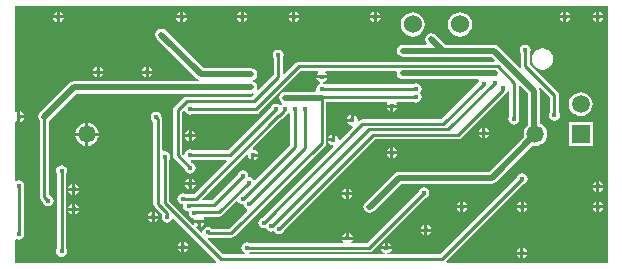
<source format=gbl>
G04 Layer_Physical_Order=2*
G04 Layer_Color=16711680*
%FSLAX25Y25*%
%MOIN*%
G70*
G01*
G75*
%ADD32C,0.01000*%
%ADD33C,0.01969*%
%ADD34C,0.05906*%
%ADD35R,0.05906X0.05906*%
%ADD36C,0.05787*%
%ADD37C,0.06000*%
%ADD38C,0.01600*%
G36*
X92973Y50879D02*
X93071Y50802D01*
Y40433D01*
X81345Y28708D01*
X80750Y28820D01*
X80498Y29198D01*
X79902Y29596D01*
X79443Y29687D01*
X79030Y30172D01*
X79035Y30200D01*
X78896Y30902D01*
X78498Y31498D01*
X77902Y31896D01*
X77200Y32035D01*
X76498Y31896D01*
X75902Y31498D01*
X75504Y30902D01*
X75446Y30609D01*
X66879Y22042D01*
X63848D01*
X63657Y22504D01*
X78280Y37127D01*
X78531Y37061D01*
X78781Y36920D01*
X78904Y36298D01*
X79302Y35702D01*
X79898Y35304D01*
X80100Y35264D01*
Y37000D01*
X80600D01*
Y37500D01*
X82336D01*
X82296Y37702D01*
X81898Y38298D01*
X81302Y38696D01*
X80680Y38820D01*
X80539Y39069D01*
X80473Y39320D01*
X90086Y48933D01*
X90214Y49019D01*
X91561Y50366D01*
X91647Y50494D01*
X91799Y50646D01*
X92092Y50704D01*
X92571Y51024D01*
X92973Y50879D01*
D02*
G37*
G36*
X198780Y1220D02*
X145190D01*
X144983Y1720D01*
X170709Y27446D01*
X171002Y27504D01*
X171598Y27902D01*
X171996Y28498D01*
X172135Y29200D01*
X171996Y29902D01*
X171598Y30498D01*
X171002Y30896D01*
X170300Y31035D01*
X169598Y30896D01*
X169002Y30498D01*
X168604Y29902D01*
X168546Y29609D01*
X142867Y3929D01*
X125474D01*
X125425Y4429D01*
X125802Y4504D01*
X126398Y4902D01*
X126796Y5498D01*
X126836Y5700D01*
X123364D01*
X123404Y5498D01*
X123802Y4902D01*
X124398Y4504D01*
X124775Y4429D01*
X124726Y3929D01*
X79555D01*
X79361Y4429D01*
X79557Y4610D01*
X119339D01*
X119925Y4726D01*
X120421Y5058D01*
X138165Y22803D01*
X138202Y22810D01*
X138798Y23208D01*
X139196Y23803D01*
X139335Y24506D01*
X139196Y25208D01*
X138798Y25803D01*
X138202Y26201D01*
X137500Y26341D01*
X136798Y26201D01*
X136202Y25803D01*
X135804Y25208D01*
X135695Y24658D01*
X118706Y7669D01*
X113649D01*
X113518Y7895D01*
X113442Y8169D01*
X113796Y8698D01*
X113836Y8900D01*
X110364D01*
X110404Y8698D01*
X110758Y8169D01*
X110682Y7895D01*
X110551Y7669D01*
X79451D01*
X79202Y7835D01*
X78500Y7975D01*
X77798Y7835D01*
X77202Y7437D01*
X76804Y6842D01*
X76665Y6139D01*
X76804Y5437D01*
X77202Y4842D01*
X77798Y4444D01*
X77870Y4429D01*
X77821Y3929D01*
X70496D01*
X65468Y8958D01*
X65676Y9457D01*
X65743Y9471D01*
X73438D01*
X74023Y9587D01*
X74519Y9919D01*
X104581Y39981D01*
X104913Y40477D01*
X105029Y41063D01*
Y54871D01*
X125158D01*
X125420Y54371D01*
X125167Y53992D01*
X125127Y53790D01*
X128599D01*
X128559Y53992D01*
X128305Y54371D01*
X128568Y54871D01*
X133993D01*
X134241Y54704D01*
X134943Y54565D01*
X135646Y54704D01*
X136241Y55102D01*
X136639Y55698D01*
X136779Y56400D01*
X136639Y57102D01*
X136241Y57698D01*
Y57902D01*
X136639Y58498D01*
X136779Y59200D01*
X136639Y59902D01*
X136241Y60498D01*
X135646Y60896D01*
X134943Y61035D01*
X134241Y60896D01*
X133993Y60729D01*
X104451D01*
X104202Y60896D01*
X103953Y60945D01*
Y61455D01*
X104202Y61504D01*
X104798Y61902D01*
X105196Y62498D01*
X105236Y62700D01*
X101764D01*
X101804Y62498D01*
X102202Y61902D01*
X102798Y61504D01*
X103047Y61455D01*
Y60945D01*
X102798Y60896D01*
X102202Y60498D01*
X101804Y59902D01*
X101665Y59200D01*
X101760Y58723D01*
X101432Y58223D01*
X91390D01*
X90616Y58069D01*
X89959Y57631D01*
X89521Y56974D01*
X89367Y56200D01*
X89521Y55426D01*
X89959Y54769D01*
X90378Y54490D01*
X90398Y53943D01*
X90210Y53776D01*
X90092Y53698D01*
X90050Y53635D01*
X90025Y53612D01*
X89535D01*
X89478Y53698D01*
X88882Y54096D01*
X88180Y54235D01*
X87478Y54096D01*
X86882Y53698D01*
X86484Y53102D01*
X86426Y52809D01*
X72246Y38629D01*
X60675D01*
X60426Y38796D01*
X59724Y38935D01*
X59021Y38796D01*
X58426Y38398D01*
X58028Y37802D01*
X57939Y37353D01*
X57401Y37183D01*
X57029Y37555D01*
Y51367D01*
X57526Y51863D01*
X58004Y51718D01*
X58028Y51598D01*
X58426Y51002D01*
X59021Y50604D01*
X59724Y50465D01*
X60426Y50604D01*
X60675Y50771D01*
X81563D01*
X82148Y50887D01*
X82644Y51219D01*
X83681Y52256D01*
X83713Y52303D01*
X96519Y65108D01*
X102216D01*
X102368Y64608D01*
X102202Y64498D01*
X101804Y63902D01*
X101764Y63700D01*
X105236D01*
X105196Y63902D01*
X104798Y64498D01*
X104632Y64608D01*
X104784Y65108D01*
X128336D01*
X128653Y64722D01*
X128577Y64338D01*
X128731Y63564D01*
X129169Y62907D01*
X129826Y62469D01*
X130600Y62315D01*
X155679D01*
X155946Y61815D01*
X155804Y61602D01*
X155746Y61309D01*
X143367Y48929D01*
X117100D01*
X116515Y48813D01*
X116019Y48481D01*
X115917Y48380D01*
X115456Y48626D01*
X115471Y48700D01*
X115331Y49402D01*
X114934Y49998D01*
X114338Y50396D01*
X114136Y50436D01*
Y48700D01*
X113636D01*
Y48200D01*
X111900D01*
X111940Y47998D01*
X112338Y47402D01*
X112934Y47004D01*
X113636Y46865D01*
X113709Y46879D01*
X113956Y46419D01*
X109723Y42186D01*
X109185Y42355D01*
X109096Y42802D01*
X108698Y43398D01*
X108102Y43796D01*
X107900Y43836D01*
Y42100D01*
X107400D01*
Y41600D01*
X105664D01*
X105704Y41398D01*
X106102Y40802D01*
X106698Y40404D01*
X107145Y40315D01*
X107314Y39777D01*
X83791Y16254D01*
X83498Y16196D01*
X82902Y15798D01*
X82504Y15202D01*
X82365Y14500D01*
X82504Y13798D01*
X82902Y13202D01*
X83498Y12804D01*
X84200Y12665D01*
X84902Y12804D01*
X84995Y12646D01*
X85004Y12598D01*
X85402Y12002D01*
X85998Y11604D01*
X86700Y11465D01*
X87402Y11604D01*
X87631Y11757D01*
X88002Y11202D01*
X88598Y10804D01*
X89300Y10665D01*
X90002Y10804D01*
X90598Y11202D01*
X90996Y11798D01*
X91054Y12091D01*
X121259Y42296D01*
X149025D01*
X149610Y42412D01*
X150107Y42744D01*
X165081Y57719D01*
X165250Y57970D01*
X165298Y58002D01*
X165571Y58411D01*
X166071Y58259D01*
Y49951D01*
X165904Y49702D01*
X165765Y49000D01*
X165904Y48298D01*
X166302Y47702D01*
X166898Y47304D01*
X167600Y47165D01*
X168302Y47304D01*
X168898Y47702D01*
X169296Y48298D01*
X169435Y49000D01*
X169296Y49702D01*
X169129Y49951D01*
Y60056D01*
X169591Y60248D01*
X172177Y57662D01*
Y46938D01*
X171967Y46777D01*
X171343Y45964D01*
X170951Y45017D01*
X170817Y44000D01*
X170941Y43058D01*
X159406Y31523D01*
X129337D01*
X128563Y31369D01*
X127906Y30931D01*
X118609Y21633D01*
X118006Y21231D01*
X117568Y20574D01*
X117414Y19800D01*
X117568Y19026D01*
X118006Y18369D01*
X118663Y17931D01*
X119437Y17777D01*
X119637D01*
X120411Y17931D01*
X121068Y18369D01*
X130175Y27477D01*
X160244D01*
X161018Y27631D01*
X161675Y28069D01*
X173802Y40197D01*
X174744Y40073D01*
X175761Y40207D01*
X176708Y40599D01*
X177521Y41223D01*
X178145Y42036D01*
X178538Y42983D01*
X178671Y44000D01*
X178538Y45017D01*
X178145Y45964D01*
X177521Y46777D01*
X176708Y47401D01*
X176223Y47602D01*
Y58500D01*
X176069Y59274D01*
X176484Y59553D01*
X179571Y56467D01*
Y51351D01*
X179404Y51102D01*
X179265Y50400D01*
X179404Y49698D01*
X179802Y49102D01*
X180398Y48704D01*
X181100Y48565D01*
X181802Y48704D01*
X182398Y49102D01*
X182796Y49698D01*
X182935Y50400D01*
X182796Y51102D01*
X182629Y51351D01*
Y57100D01*
X182513Y57685D01*
X182181Y58181D01*
X172928Y67435D01*
Y71049D01*
X173095Y71298D01*
X173234Y72000D01*
X173095Y72702D01*
X172697Y73298D01*
X172101Y73696D01*
X171399Y73835D01*
X170697Y73696D01*
X170101Y73298D01*
X169703Y72702D01*
X169564Y72000D01*
X169703Y71298D01*
X169870Y71049D01*
Y66801D01*
X169969Y66299D01*
X169757Y66103D01*
X169557Y66004D01*
X162312Y73249D01*
X161656Y73687D01*
X160882Y73841D01*
X144701D01*
X141512Y77031D01*
X140856Y77469D01*
X140081Y77623D01*
X139307Y77469D01*
X138651Y77031D01*
X138212Y76374D01*
X138058Y75600D01*
X138212Y74826D01*
X138536Y74341D01*
X138310Y73841D01*
X130600D01*
X129826Y73687D01*
X129169Y73249D01*
X128731Y72592D01*
X128577Y71818D01*
X128731Y71044D01*
X129169Y70388D01*
X129826Y69949D01*
X130600Y69795D01*
X160044D01*
X161210Y68629D01*
X161018Y68167D01*
X95885D01*
X95300Y68051D01*
X94804Y67719D01*
X91020Y63936D01*
X90558Y64127D01*
Y69449D01*
X90724Y69698D01*
X90864Y70400D01*
X90724Y71102D01*
X90326Y71698D01*
X89731Y72096D01*
X89029Y72235D01*
X88326Y72096D01*
X87731Y71698D01*
X87333Y71102D01*
X87194Y70400D01*
X87333Y69698D01*
X87499Y69449D01*
Y63762D01*
X82366Y58628D01*
X82245Y58684D01*
X81953Y58923D01*
X82088Y59600D01*
X81934Y60374D01*
X81495Y61031D01*
X80839Y61469D01*
X80528Y61531D01*
Y62041D01*
X80839Y62103D01*
X81495Y62541D01*
X81934Y63197D01*
X82088Y63972D01*
X81934Y64746D01*
X81495Y65402D01*
X80839Y65841D01*
X80065Y65995D01*
X64117D01*
X51531Y78581D01*
X50874Y79020D01*
X50100Y79174D01*
X49326Y79020D01*
X48669Y78581D01*
X48231Y77925D01*
X48077Y77151D01*
X48231Y76376D01*
X48669Y75720D01*
X61848Y62541D01*
X62474Y62123D01*
X62479Y62086D01*
X62213Y61623D01*
X20800D01*
X20026Y61469D01*
X19369Y61031D01*
X9669Y51331D01*
X9231Y50674D01*
X9077Y49900D01*
X9231Y49126D01*
X9571Y48617D01*
Y23177D01*
X9687Y22592D01*
X10019Y22096D01*
X10646Y21468D01*
X10704Y21175D01*
X11102Y20580D01*
X11698Y20182D01*
X12400Y20042D01*
X13102Y20182D01*
X13698Y20580D01*
X14096Y21175D01*
X14235Y21877D01*
X14096Y22580D01*
X13698Y23175D01*
X13102Y23573D01*
X12809Y23631D01*
X12629Y23811D01*
Y48568D01*
X21638Y57577D01*
X80065D01*
X80742Y57711D01*
X80981Y57420D01*
X81036Y57299D01*
X80266Y56529D01*
X58500D01*
X57915Y56413D01*
X57419Y56081D01*
X54419Y53081D01*
X54087Y52585D01*
X53971Y52000D01*
Y36921D01*
X54087Y36336D01*
X54419Y35840D01*
X57970Y32289D01*
X58028Y31995D01*
X58426Y31400D01*
X59021Y31002D01*
X59724Y30862D01*
X60426Y31002D01*
X61021Y31400D01*
X61419Y31995D01*
X61559Y32698D01*
X61419Y33400D01*
X61021Y33995D01*
X60426Y34393D01*
X60136Y34451D01*
X59818Y34812D01*
X59976Y35315D01*
X60426Y35404D01*
X60675Y35571D01*
X71744D01*
X71936Y35109D01*
X60856Y24029D01*
X58151D01*
X57902Y24196D01*
X57200Y24335D01*
X56498Y24196D01*
X55902Y23798D01*
X55504Y23202D01*
X55365Y22500D01*
X55504Y21798D01*
X55902Y21202D01*
X56498Y20804D01*
X57200Y20665D01*
X57349Y20516D01*
X57276Y20150D01*
X57416Y19448D01*
X57814Y18852D01*
X58410Y18454D01*
X58793Y18378D01*
X59201Y17861D01*
X59188Y17800D01*
X59328Y17098D01*
X59726Y16502D01*
X60321Y16104D01*
X60690Y16031D01*
X60994Y15616D01*
X60984Y15502D01*
X60964Y15400D01*
X64436D01*
X64396Y15602D01*
X64149Y15971D01*
X64417Y16471D01*
X69300D01*
X69885Y16587D01*
X70381Y16919D01*
X75055Y21592D01*
X75650Y21480D01*
X75902Y21102D01*
X76498Y20704D01*
X77200Y20565D01*
X77384Y20601D01*
X77504Y19998D01*
X77902Y19402D01*
X78498Y19004D01*
X78629Y18978D01*
X78774Y18500D01*
X72804Y12529D01*
X66815D01*
X66798Y12555D01*
X66202Y12953D01*
X65500Y13093D01*
X64798Y12953D01*
X64202Y12555D01*
X63804Y11960D01*
X63700Y11433D01*
X63200Y11226D01*
X61470Y12956D01*
X61789Y13344D01*
X61998Y13204D01*
X62200Y13164D01*
Y14400D01*
X60964D01*
X61004Y14198D01*
X61144Y13989D01*
X60755Y13670D01*
X52729Y21696D01*
Y35549D01*
X52896Y35798D01*
X53035Y36500D01*
X52896Y37202D01*
X52498Y37798D01*
X51902Y38196D01*
X51200Y38335D01*
X50929Y38281D01*
X50429Y38692D01*
Y49043D01*
X50313Y49629D01*
X50064Y50001D01*
X49996Y50346D01*
X49598Y50941D01*
X49002Y51339D01*
X48300Y51479D01*
X47598Y51339D01*
X47002Y50941D01*
X46604Y50346D01*
X46465Y49643D01*
X46604Y48941D01*
X47002Y48346D01*
X47371Y48100D01*
Y20835D01*
X47487Y20250D01*
X47819Y19754D01*
X50411Y17162D01*
X50304Y17002D01*
X50165Y16300D01*
X50304Y15598D01*
X50702Y15002D01*
X51298Y14604D01*
X52000Y14465D01*
X52702Y14604D01*
X53298Y15002D01*
X53696Y15598D01*
X53726Y15750D01*
X54204Y15896D01*
X68380Y1720D01*
X68173Y1220D01*
X1220D01*
Y8896D01*
X1720Y9163D01*
X1898Y9045D01*
X2600Y8905D01*
X3302Y9045D01*
X3898Y9442D01*
X4296Y10038D01*
X4435Y10740D01*
X4296Y11443D01*
X4129Y11691D01*
Y25926D01*
X4296Y26175D01*
X4435Y26877D01*
X4296Y27580D01*
X3898Y28175D01*
X3302Y28573D01*
X2600Y28713D01*
X1898Y28573D01*
X1720Y28454D01*
X1220Y28722D01*
Y48056D01*
X1720Y48323D01*
X1898Y48204D01*
X2100Y48164D01*
Y49900D01*
Y51636D01*
X1898Y51596D01*
X1720Y51477D01*
X1220Y51744D01*
Y86780D01*
X198780D01*
Y1220D01*
D02*
G37*
%LPC*%
G36*
X82336Y36500D02*
X81100D01*
Y35264D01*
X81302Y35304D01*
X81898Y35702D01*
X82296Y36298D01*
X82336Y36500D01*
D02*
G37*
G36*
X20300Y25100D02*
X19064D01*
X19104Y24898D01*
X19502Y24302D01*
X20098Y23904D01*
X20300Y23864D01*
Y25100D01*
D02*
G37*
G36*
X111496Y23600D02*
X110260D01*
X110300Y23398D01*
X110698Y22802D01*
X111293Y22404D01*
X111496Y22364D01*
Y23600D01*
D02*
G37*
G36*
X113732D02*
X112496D01*
Y22364D01*
X112698Y22404D01*
X113293Y22802D01*
X113691Y23398D01*
X113732Y23600D01*
D02*
G37*
G36*
X112496Y25836D02*
Y24600D01*
X113732D01*
X113691Y24802D01*
X113293Y25398D01*
X112698Y25796D01*
X112496Y25836D01*
D02*
G37*
G36*
X111496D02*
X111293Y25796D01*
X110698Y25398D01*
X110300Y24802D01*
X110260Y24600D01*
X111496D01*
Y25836D01*
D02*
G37*
G36*
X22536Y25100D02*
X21300D01*
Y23864D01*
X21502Y23904D01*
X22098Y24302D01*
X22496Y24898D01*
X22536Y25100D01*
D02*
G37*
G36*
X196100Y21536D02*
Y20300D01*
X197336D01*
X197296Y20502D01*
X196898Y21098D01*
X196302Y21496D01*
X196100Y21536D01*
D02*
G37*
G36*
X149704D02*
X149502Y21496D01*
X148906Y21098D01*
X148508Y20502D01*
X148468Y20300D01*
X149704D01*
Y21536D01*
D02*
G37*
G36*
X21300Y20736D02*
Y19500D01*
X22536D01*
X22496Y19702D01*
X22098Y20298D01*
X21502Y20696D01*
X21300Y20736D01*
D02*
G37*
G36*
X20300D02*
X20098Y20696D01*
X19502Y20298D01*
X19104Y19702D01*
X19064Y19500D01*
X20300D01*
Y20736D01*
D02*
G37*
G36*
X150704Y21536D02*
Y20300D01*
X151940D01*
X151900Y20502D01*
X151502Y21098D01*
X150906Y21496D01*
X150704Y21536D01*
D02*
G37*
G36*
X195100D02*
X194898Y21496D01*
X194302Y21098D01*
X193904Y20502D01*
X193864Y20300D01*
X195100D01*
Y21536D01*
D02*
G37*
G36*
X170800D02*
Y20300D01*
X172036D01*
X171996Y20502D01*
X171598Y21098D01*
X171002Y21496D01*
X170800Y21536D01*
D02*
G37*
G36*
X169800D02*
X169598Y21496D01*
X169002Y21098D01*
X168604Y20502D01*
X168564Y20300D01*
X169800D01*
Y21536D01*
D02*
G37*
G36*
X60224Y29236D02*
Y28000D01*
X61459D01*
X61419Y28202D01*
X61021Y28798D01*
X60426Y29196D01*
X60224Y29236D01*
D02*
G37*
G36*
X59224D02*
X59021Y29196D01*
X58426Y28798D01*
X58028Y28202D01*
X57988Y28000D01*
X59224D01*
Y29236D01*
D02*
G37*
G36*
X196100Y28336D02*
Y27100D01*
X197336D01*
X197296Y27302D01*
X196898Y27898D01*
X196302Y28296D01*
X196100Y28336D01*
D02*
G37*
G36*
X126363Y39636D02*
X126161Y39596D01*
X125565Y39198D01*
X125167Y38602D01*
X125127Y38400D01*
X126363D01*
Y39636D01*
D02*
G37*
G36*
X128599Y37400D02*
X127363D01*
Y36164D01*
X127565Y36204D01*
X128161Y36602D01*
X128559Y37198D01*
X128599Y37400D01*
D02*
G37*
G36*
X126363D02*
X125127D01*
X125167Y37198D01*
X125565Y36602D01*
X126161Y36204D01*
X126363Y36164D01*
Y37400D01*
D02*
G37*
G36*
X59224Y27000D02*
X57988D01*
X58028Y26798D01*
X58426Y26202D01*
X59021Y25804D01*
X59224Y25764D01*
Y27000D01*
D02*
G37*
G36*
X197336Y26100D02*
X196100D01*
Y24864D01*
X196302Y24904D01*
X196898Y25302D01*
X197296Y25898D01*
X197336Y26100D01*
D02*
G37*
G36*
X195100D02*
X193864D01*
X193904Y25898D01*
X194302Y25302D01*
X194898Y24904D01*
X195100Y24864D01*
Y26100D01*
D02*
G37*
G36*
X61459Y27000D02*
X60224D01*
Y25764D01*
X60426Y25804D01*
X61021Y26202D01*
X61419Y26798D01*
X61459Y27000D01*
D02*
G37*
G36*
X195100Y28336D02*
X194898Y28296D01*
X194302Y27898D01*
X193904Y27302D01*
X193864Y27100D01*
X195100D01*
Y28336D01*
D02*
G37*
G36*
X21300Y27336D02*
Y26100D01*
X22536D01*
X22496Y26302D01*
X22098Y26898D01*
X21502Y27296D01*
X21300Y27336D01*
D02*
G37*
G36*
X20300D02*
X20098Y27296D01*
X19502Y26898D01*
X19104Y26302D01*
X19064Y26100D01*
X20300D01*
Y27336D01*
D02*
G37*
G36*
X57700Y8136D02*
Y6900D01*
X58936D01*
X58896Y7102D01*
X58498Y7698D01*
X57902Y8096D01*
X57700Y8136D01*
D02*
G37*
G36*
X56700D02*
X56498Y8096D01*
X55902Y7698D01*
X55504Y7102D01*
X55464Y6900D01*
X56700D01*
Y8136D01*
D02*
G37*
G36*
X125600Y7936D02*
Y6700D01*
X126836D01*
X126796Y6902D01*
X126398Y7498D01*
X125802Y7896D01*
X125600Y7936D01*
D02*
G37*
G36*
X111600Y11136D02*
X111398Y11096D01*
X110802Y10698D01*
X110404Y10102D01*
X110364Y9900D01*
X111600D01*
Y11136D01*
D02*
G37*
G36*
X139936Y11500D02*
X138700D01*
Y10264D01*
X138902Y10304D01*
X139498Y10702D01*
X139896Y11298D01*
X139936Y11500D01*
D02*
G37*
G36*
X137700D02*
X136464D01*
X136504Y11298D01*
X136902Y10702D01*
X137498Y10304D01*
X137700Y10264D01*
Y11500D01*
D02*
G37*
G36*
X112600Y11136D02*
Y9900D01*
X113836D01*
X113796Y10102D01*
X113398Y10698D01*
X112802Y11096D01*
X112600Y11136D01*
D02*
G37*
G36*
X124600Y7936D02*
X124398Y7896D01*
X123802Y7498D01*
X123404Y6902D01*
X123364Y6700D01*
X124600D01*
Y7936D01*
D02*
G37*
G36*
X16800Y33713D02*
X16098Y33573D01*
X15502Y33175D01*
X15104Y32580D01*
X14965Y31877D01*
X15104Y31175D01*
X15271Y30926D01*
Y5890D01*
X15104Y5641D01*
X14965Y4939D01*
X15104Y4237D01*
X15502Y3641D01*
X16098Y3244D01*
X16800Y3104D01*
X17502Y3244D01*
X18098Y3641D01*
X18496Y4237D01*
X18635Y4939D01*
X18496Y5641D01*
X18329Y5890D01*
Y30926D01*
X18496Y31175D01*
X18635Y31877D01*
X18496Y32580D01*
X18098Y33175D01*
X17502Y33573D01*
X16800Y33713D01*
D02*
G37*
G36*
X171936Y3900D02*
X170700D01*
Y2664D01*
X170902Y2704D01*
X171498Y3102D01*
X171896Y3698D01*
X171936Y3900D01*
D02*
G37*
G36*
X169700D02*
X168464D01*
X168504Y3698D01*
X168902Y3102D01*
X169498Y2704D01*
X169700Y2664D01*
Y3900D01*
D02*
G37*
G36*
X56700Y5900D02*
X55464D01*
X55504Y5698D01*
X55902Y5102D01*
X56498Y4704D01*
X56700Y4664D01*
Y5900D01*
D02*
G37*
G36*
X170700Y6136D02*
Y4900D01*
X171936D01*
X171896Y5102D01*
X171498Y5698D01*
X170902Y6096D01*
X170700Y6136D01*
D02*
G37*
G36*
X169700D02*
X169498Y6096D01*
X168902Y5698D01*
X168504Y5102D01*
X168464Y4900D01*
X169700D01*
Y6136D01*
D02*
G37*
G36*
X58936Y5900D02*
X57700D01*
Y4664D01*
X57902Y4704D01*
X58498Y5102D01*
X58896Y5698D01*
X58936Y5900D01*
D02*
G37*
G36*
X151940Y19300D02*
X150704D01*
Y18064D01*
X150906Y18104D01*
X151502Y18502D01*
X151900Y19098D01*
X151940Y19300D01*
D02*
G37*
G36*
X149704D02*
X148468D01*
X148508Y19098D01*
X148906Y18502D01*
X149502Y18104D01*
X149704Y18064D01*
Y19300D01*
D02*
G37*
G36*
X22536Y18500D02*
X21300D01*
Y17264D01*
X21502Y17304D01*
X22098Y17702D01*
X22496Y18298D01*
X22536Y18500D01*
D02*
G37*
G36*
X169800Y19300D02*
X168564D01*
X168604Y19098D01*
X169002Y18502D01*
X169598Y18104D01*
X169800Y18064D01*
Y19300D01*
D02*
G37*
G36*
X197336D02*
X196100D01*
Y18064D01*
X196302Y18104D01*
X196898Y18502D01*
X197296Y19098D01*
X197336Y19300D01*
D02*
G37*
G36*
X195100D02*
X193864D01*
X193904Y19098D01*
X194302Y18502D01*
X194898Y18104D01*
X195100Y18064D01*
Y19300D01*
D02*
G37*
G36*
X172036D02*
X170800D01*
Y18064D01*
X171002Y18104D01*
X171598Y18502D01*
X171996Y19098D01*
X172036Y19300D01*
D02*
G37*
G36*
X20300Y18500D02*
X19064D01*
X19104Y18298D01*
X19502Y17702D01*
X20098Y17304D01*
X20300Y17264D01*
Y18500D01*
D02*
G37*
G36*
X64436Y14400D02*
X63200D01*
Y13164D01*
X63402Y13204D01*
X63998Y13602D01*
X64396Y14198D01*
X64436Y14400D01*
D02*
G37*
G36*
X138700Y13736D02*
Y12500D01*
X139936D01*
X139896Y12702D01*
X139498Y13298D01*
X138902Y13696D01*
X138700Y13736D01*
D02*
G37*
G36*
X137700D02*
X137498Y13696D01*
X136902Y13298D01*
X136504Y12702D01*
X136464Y12500D01*
X137700D01*
Y13736D01*
D02*
G37*
G36*
X46900Y15876D02*
X45664D01*
X45704Y15673D01*
X46102Y15078D01*
X46698Y14680D01*
X46900Y14640D01*
Y15876D01*
D02*
G37*
G36*
X47900Y18111D02*
Y16876D01*
X49136D01*
X49096Y17078D01*
X48698Y17673D01*
X48102Y18071D01*
X47900Y18111D01*
D02*
G37*
G36*
X46900D02*
X46698Y18071D01*
X46102Y17673D01*
X45704Y17078D01*
X45664Y16876D01*
X46900D01*
Y18111D01*
D02*
G37*
G36*
X49136Y15876D02*
X47900D01*
Y14640D01*
X48102Y14680D01*
X48698Y15078D01*
X49096Y15673D01*
X49136Y15876D01*
D02*
G37*
G36*
X127363Y39636D02*
Y38400D01*
X128599D01*
X128559Y38602D01*
X128161Y39198D01*
X127565Y39596D01*
X127363Y39636D01*
D02*
G37*
G36*
X120900Y82700D02*
X119664D01*
X119704Y82498D01*
X120102Y81902D01*
X120698Y81504D01*
X120900Y81464D01*
Y82700D01*
D02*
G37*
G36*
X95936D02*
X94700D01*
Y81464D01*
X94902Y81504D01*
X95498Y81902D01*
X95896Y82498D01*
X95936Y82700D01*
D02*
G37*
G36*
X93700D02*
X92464D01*
X92504Y82498D01*
X92902Y81902D01*
X93498Y81504D01*
X93700Y81464D01*
Y82700D01*
D02*
G37*
G36*
X123136D02*
X121900D01*
Y81464D01*
X122102Y81504D01*
X122698Y81902D01*
X123096Y82498D01*
X123136Y82700D01*
D02*
G37*
G36*
X195100D02*
X193864D01*
X193904Y82498D01*
X194302Y81902D01*
X194898Y81504D01*
X195100Y81464D01*
Y82700D01*
D02*
G37*
G36*
X186336D02*
X185100D01*
Y81464D01*
X185302Y81504D01*
X185898Y81902D01*
X186296Y82498D01*
X186336Y82700D01*
D02*
G37*
G36*
X184100D02*
X182864D01*
X182904Y82498D01*
X183302Y81902D01*
X183898Y81504D01*
X184100Y81464D01*
Y82700D01*
D02*
G37*
G36*
X17484D02*
X16248D01*
Y81464D01*
X16450Y81504D01*
X17046Y81902D01*
X17444Y82498D01*
X17484Y82700D01*
D02*
G37*
G36*
X15248D02*
X14012D01*
X14052Y82498D01*
X14450Y81902D01*
X15046Y81504D01*
X15248Y81464D01*
Y82700D01*
D02*
G37*
G36*
X149606Y84635D02*
X148562Y84497D01*
X147589Y84094D01*
X146754Y83453D01*
X146112Y82617D01*
X145709Y81644D01*
X145572Y80600D01*
X145709Y79556D01*
X146112Y78583D01*
X146754Y77747D01*
X147589Y77106D01*
X148562Y76703D01*
X149606Y76565D01*
X150651Y76703D01*
X151624Y77106D01*
X152459Y77747D01*
X153100Y78583D01*
X153503Y79556D01*
X153641Y80600D01*
X153503Y81644D01*
X153100Y82617D01*
X152459Y83453D01*
X151624Y84094D01*
X150651Y84497D01*
X149606Y84635D01*
D02*
G37*
G36*
X56300Y82700D02*
X55064D01*
X55104Y82498D01*
X55502Y81902D01*
X56098Y81504D01*
X56300Y81464D01*
Y82700D01*
D02*
G37*
G36*
X78736D02*
X77500D01*
Y81464D01*
X77702Y81504D01*
X78298Y81902D01*
X78696Y82498D01*
X78736Y82700D01*
D02*
G37*
G36*
X76500D02*
X75264D01*
X75304Y82498D01*
X75702Y81902D01*
X76298Y81504D01*
X76500Y81464D01*
Y82700D01*
D02*
G37*
G36*
X58536D02*
X57300D01*
Y81464D01*
X57502Y81504D01*
X58098Y81902D01*
X58496Y82498D01*
X58536Y82700D01*
D02*
G37*
G36*
X197336D02*
X196100D01*
Y81464D01*
X196302Y81504D01*
X196898Y81902D01*
X197296Y82498D01*
X197336Y82700D01*
D02*
G37*
G36*
X121900Y84936D02*
Y83700D01*
X123136D01*
X123096Y83902D01*
X122698Y84498D01*
X122102Y84896D01*
X121900Y84936D01*
D02*
G37*
G36*
X120900D02*
X120698Y84896D01*
X120102Y84498D01*
X119704Y83902D01*
X119664Y83700D01*
X120900D01*
Y84936D01*
D02*
G37*
G36*
X94700D02*
Y83700D01*
X95936D01*
X95896Y83902D01*
X95498Y84498D01*
X94902Y84896D01*
X94700Y84936D01*
D02*
G37*
G36*
X184100D02*
X183898Y84896D01*
X183302Y84498D01*
X182904Y83902D01*
X182864Y83700D01*
X184100D01*
Y84936D01*
D02*
G37*
G36*
X196100D02*
Y83700D01*
X197336D01*
X197296Y83902D01*
X196898Y84498D01*
X196302Y84896D01*
X196100Y84936D01*
D02*
G37*
G36*
X195100D02*
X194898Y84896D01*
X194302Y84498D01*
X193904Y83902D01*
X193864Y83700D01*
X195100D01*
Y84936D01*
D02*
G37*
G36*
X185100D02*
Y83700D01*
X186336D01*
X186296Y83902D01*
X185898Y84498D01*
X185302Y84896D01*
X185100Y84936D01*
D02*
G37*
G36*
X56300D02*
X56098Y84896D01*
X55502Y84498D01*
X55104Y83902D01*
X55064Y83700D01*
X56300D01*
Y84936D01*
D02*
G37*
G36*
X16248D02*
Y83700D01*
X17484D01*
X17444Y83902D01*
X17046Y84498D01*
X16450Y84896D01*
X16248Y84936D01*
D02*
G37*
G36*
X15248D02*
X15046Y84896D01*
X14450Y84498D01*
X14052Y83902D01*
X14012Y83700D01*
X15248D01*
Y84936D01*
D02*
G37*
G36*
X57300D02*
Y83700D01*
X58536D01*
X58496Y83902D01*
X58098Y84498D01*
X57502Y84896D01*
X57300Y84936D01*
D02*
G37*
G36*
X93700D02*
X93498Y84896D01*
X92902Y84498D01*
X92504Y83902D01*
X92464Y83700D01*
X93700D01*
Y84936D01*
D02*
G37*
G36*
X77500D02*
Y83700D01*
X78736D01*
X78696Y83902D01*
X78298Y84498D01*
X77702Y84896D01*
X77500Y84936D01*
D02*
G37*
G36*
X76500D02*
X76298Y84896D01*
X75702Y84498D01*
X75304Y83902D01*
X75264Y83700D01*
X76500D01*
Y84936D01*
D02*
G37*
G36*
X133858Y84635D02*
X132814Y84497D01*
X131841Y84094D01*
X131005Y83453D01*
X130364Y82617D01*
X129961Y81644D01*
X129824Y80600D01*
X129961Y79556D01*
X130364Y78583D01*
X131005Y77747D01*
X131841Y77106D01*
X132814Y76703D01*
X133858Y76565D01*
X134903Y76703D01*
X135875Y77106D01*
X136711Y77747D01*
X137352Y78583D01*
X137755Y79556D01*
X137893Y80600D01*
X137755Y81644D01*
X137352Y82617D01*
X136711Y83453D01*
X135875Y84094D01*
X134903Y84497D01*
X133858Y84635D01*
D02*
G37*
G36*
X60224Y45336D02*
Y44100D01*
X61459D01*
X61419Y44302D01*
X61021Y44898D01*
X60426Y45296D01*
X60224Y45336D01*
D02*
G37*
G36*
X59224D02*
X59021Y45296D01*
X58426Y44898D01*
X58028Y44302D01*
X57988Y44100D01*
X59224D01*
Y45336D01*
D02*
G37*
G36*
X159236Y43900D02*
X158000D01*
Y42664D01*
X158202Y42704D01*
X158798Y43102D01*
X159196Y43698D01*
X159236Y43900D01*
D02*
G37*
G36*
X24756Y47861D02*
X24239Y47793D01*
X23292Y47401D01*
X22479Y46777D01*
X21855Y45964D01*
X21462Y45017D01*
X21394Y44500D01*
X24756D01*
Y47861D01*
D02*
G37*
G36*
X158000Y46136D02*
Y44900D01*
X159236D01*
X159196Y45102D01*
X158798Y45698D01*
X158202Y46096D01*
X158000Y46136D01*
D02*
G37*
G36*
X157000D02*
X156798Y46096D01*
X156202Y45698D01*
X155804Y45102D01*
X155764Y44900D01*
X157000D01*
Y46136D01*
D02*
G37*
G36*
X25756Y47861D02*
Y44500D01*
X29117D01*
X29049Y45017D01*
X28657Y45964D01*
X28033Y46777D01*
X27220Y47401D01*
X26272Y47793D01*
X25756Y47861D01*
D02*
G37*
G36*
X29117Y43500D02*
X25756D01*
Y40139D01*
X26272Y40207D01*
X27220Y40599D01*
X28033Y41223D01*
X28657Y42036D01*
X29049Y42983D01*
X29117Y43500D01*
D02*
G37*
G36*
X24756D02*
X21394D01*
X21462Y42983D01*
X21855Y42036D01*
X22479Y41223D01*
X23292Y40599D01*
X24239Y40207D01*
X24756Y40139D01*
Y43500D01*
D02*
G37*
G36*
X193787Y48012D02*
X185881D01*
Y40106D01*
X193787D01*
Y48012D01*
D02*
G37*
G36*
X59224Y43100D02*
X57988D01*
X58028Y42898D01*
X58426Y42302D01*
X59021Y41904D01*
X59224Y41864D01*
Y43100D01*
D02*
G37*
G36*
X157000Y43900D02*
X155764D01*
X155804Y43698D01*
X156202Y43102D01*
X156798Y42704D01*
X157000Y42664D01*
Y43900D01*
D02*
G37*
G36*
X106900Y43836D02*
X106698Y43796D01*
X106102Y43398D01*
X105704Y42802D01*
X105664Y42600D01*
X106900D01*
Y43836D01*
D02*
G37*
G36*
X61459Y43100D02*
X60224D01*
Y41864D01*
X60426Y41904D01*
X61021Y42302D01*
X61419Y42898D01*
X61459Y43100D01*
D02*
G37*
G36*
X4336Y49400D02*
X3100D01*
Y48164D01*
X3302Y48204D01*
X3898Y48602D01*
X4296Y49198D01*
X4336Y49400D01*
D02*
G37*
G36*
X28500Y66436D02*
X28298Y66396D01*
X27702Y65998D01*
X27304Y65402D01*
X27264Y65200D01*
X28500D01*
Y66436D01*
D02*
G37*
G36*
X47136Y64200D02*
X45900D01*
Y62964D01*
X46102Y63004D01*
X46698Y63402D01*
X47096Y63998D01*
X47136Y64200D01*
D02*
G37*
G36*
X44900D02*
X43664D01*
X43704Y63998D01*
X44102Y63402D01*
X44698Y63004D01*
X44900Y62964D01*
Y64200D01*
D02*
G37*
G36*
X29500Y66436D02*
Y65200D01*
X30736D01*
X30696Y65402D01*
X30298Y65998D01*
X29702Y66396D01*
X29500Y66436D01*
D02*
G37*
G36*
X177584Y72598D02*
X176589D01*
X176199Y72521D01*
X176199Y72521D01*
X175280Y72140D01*
X175280Y72140D01*
X174950Y71919D01*
X174246Y71216D01*
X174025Y70885D01*
X173645Y69966D01*
X173567Y69576D01*
Y68581D01*
X173645Y68191D01*
X174025Y67272D01*
X174246Y66942D01*
X174950Y66238D01*
X175280Y66017D01*
X176199Y65637D01*
X176589Y65559D01*
X177584D01*
X177974Y65637D01*
X178893Y66017D01*
X179224Y66238D01*
X179927Y66942D01*
X180148Y67272D01*
X180148Y67273D01*
X180529Y68191D01*
X180529Y68191D01*
X180606Y68581D01*
Y69576D01*
X180529Y69966D01*
X180529Y69966D01*
X180148Y70885D01*
X180148Y70885D01*
X179927Y71216D01*
X179224Y71919D01*
X178893Y72140D01*
X178893Y72140D01*
X177974Y72521D01*
X177974Y72521D01*
X177584Y72598D01*
D02*
G37*
G36*
X45900Y66436D02*
Y65200D01*
X47136D01*
X47096Y65402D01*
X46698Y65998D01*
X46102Y66396D01*
X45900Y66436D01*
D02*
G37*
G36*
X44900D02*
X44698Y66396D01*
X44102Y65998D01*
X43704Y65402D01*
X43664Y65200D01*
X44900D01*
Y66436D01*
D02*
G37*
G36*
X3100Y51636D02*
Y50400D01*
X4336D01*
X4296Y50602D01*
X3898Y51198D01*
X3302Y51596D01*
X3100Y51636D01*
D02*
G37*
G36*
X189834Y58046D02*
X188802Y57910D01*
X187841Y57512D01*
X187015Y56878D01*
X186381Y56053D01*
X185983Y55091D01*
X185847Y54059D01*
X185983Y53027D01*
X186381Y52066D01*
X187015Y51240D01*
X187841Y50606D01*
X188802Y50208D01*
X189834Y50072D01*
X190866Y50208D01*
X191828Y50606D01*
X192653Y51240D01*
X193287Y52066D01*
X193685Y53027D01*
X193821Y54059D01*
X193685Y55091D01*
X193287Y56053D01*
X192653Y56878D01*
X191828Y57512D01*
X190866Y57910D01*
X189834Y58046D01*
D02*
G37*
G36*
X113136Y50436D02*
X112934Y50396D01*
X112338Y49998D01*
X111940Y49402D01*
X111900Y49200D01*
X113136D01*
Y50436D01*
D02*
G37*
G36*
X126363Y52790D02*
X125127D01*
X125167Y52587D01*
X125565Y51992D01*
X126161Y51594D01*
X126363Y51554D01*
Y52790D01*
D02*
G37*
G36*
X30736Y64200D02*
X29500D01*
Y62964D01*
X29702Y63004D01*
X30298Y63402D01*
X30696Y63998D01*
X30736Y64200D01*
D02*
G37*
G36*
X28500D02*
X27264D01*
X27304Y63998D01*
X27702Y63402D01*
X28298Y63004D01*
X28500Y62964D01*
Y64200D01*
D02*
G37*
G36*
X128599Y52790D02*
X127363D01*
Y51554D01*
X127565Y51594D01*
X128161Y51992D01*
X128559Y52587D01*
X128599Y52790D01*
D02*
G37*
%LPD*%
D32*
X82600Y53353D02*
X95885Y66638D01*
X69863Y2400D02*
X143500D01*
X51200Y21063D02*
Y36500D01*
X73438Y11000D02*
X103500Y41063D01*
X181100Y50400D02*
Y57100D01*
X171399Y66801D02*
X181100Y57100D01*
X171399Y66801D02*
Y72000D01*
X162115Y66638D02*
X167600Y61153D01*
Y49000D02*
Y61153D01*
X57200Y22500D02*
X61490D01*
X11100Y23177D02*
Y49900D01*
Y23177D02*
X12400Y21877D01*
X2600Y10740D02*
Y26877D01*
X16800Y4939D02*
Y31877D01*
X117100Y47400D02*
X144000D01*
X84200Y14500D02*
X117100Y47400D01*
X119339Y6139D02*
X137500Y24300D01*
Y24506D01*
X78500Y6139D02*
X119339D01*
X86847Y13300D02*
X119160Y45613D01*
X120625Y43825D02*
X149025D01*
X89300Y12500D02*
X120625Y43825D01*
X67513Y20513D02*
X77200Y30200D01*
X59913Y20513D02*
X67513D01*
X79200Y20700D02*
X97810Y39310D01*
X59400Y20000D02*
X59913Y20513D01*
X59724Y52300D02*
X81563D01*
X55500Y52000D02*
X58500Y55000D01*
X103500Y59200D02*
X134943D01*
X174200Y44544D02*
X174744Y44000D01*
X55500Y36921D02*
Y52000D01*
Y36921D02*
X59724Y32698D01*
X58500Y55000D02*
X80900D01*
X89029Y63129D01*
Y70400D01*
X82600Y53337D02*
Y53353D01*
X81563Y52300D02*
X82600Y53337D01*
X95885Y66638D02*
X162115D01*
X161147Y61100D02*
X161300D01*
X144000Y47400D02*
X157500Y60900D01*
X145660Y45613D02*
X161147Y61100D01*
X164000Y58800D02*
Y59300D01*
X149025Y43825D02*
X164000Y58800D01*
X103500Y41063D02*
Y56200D01*
X143500Y2400D02*
X170300Y29200D01*
X61024Y17800D02*
X61224Y18000D01*
X61490Y22500D02*
X89090Y50100D01*
X89133D02*
X90480Y51447D01*
Y51490D01*
X91390Y52400D01*
X89090Y50100D02*
X89133D01*
X161162Y64338D02*
X161300Y64200D01*
X119160Y45613D02*
X145660D01*
X61224Y18000D02*
X69300D01*
X97810Y39310D02*
Y52400D01*
X72880Y37100D02*
X88180Y52400D01*
X59724Y37100D02*
X72880D01*
X94600Y39800D02*
Y52400D01*
X69300Y18000D02*
X79200Y27900D01*
X77200Y22400D02*
X94600Y39800D01*
X48300Y49643D02*
X48900Y49043D01*
Y20835D02*
Y49043D01*
Y20835D02*
X52000Y17735D01*
X51200Y21063D02*
X69863Y2400D01*
X52000Y16300D02*
Y17735D01*
X65500Y11000D02*
X73438D01*
X103300Y56400D02*
X134943D01*
D33*
X174200Y44544D02*
Y58500D01*
X160882Y71818D02*
X174200Y58500D01*
X143863Y71818D02*
X160882D01*
X20800Y59600D02*
X80065D01*
X11100Y49900D02*
X20800Y59600D01*
X119637Y19800D02*
X129337Y29500D01*
X119437Y19800D02*
X119637D01*
X160244Y29500D02*
X174744Y44000D01*
X129337Y29500D02*
X134600D01*
X160244D01*
X63279Y63972D02*
X80065D01*
X50100Y77151D02*
X63279Y63972D01*
X91390Y56200D02*
X103500D01*
X130600Y64338D02*
X161162D01*
X130600Y71818D02*
X143863D01*
X140081Y75600D02*
X143863Y71818D01*
D34*
X189834Y54059D02*
D03*
D35*
Y44059D02*
D03*
D36*
X25256Y44000D02*
D03*
X174744D02*
D03*
D37*
X149606Y80600D02*
D03*
X133858D02*
D03*
D38*
X65500Y11258D02*
D03*
X157500Y44400D02*
D03*
X171399Y72000D02*
D03*
X181100Y50400D02*
D03*
X167600Y49000D02*
D03*
X112100Y9400D02*
D03*
X126863Y37900D02*
D03*
X111996Y24100D02*
D03*
X12400Y21877D02*
D03*
X16800Y4939D02*
D03*
Y31877D02*
D03*
X2600Y26877D02*
D03*
Y10740D02*
D03*
X134600Y29500D02*
D03*
X137500Y24506D02*
D03*
X119437Y19800D02*
D03*
X78500Y6139D02*
D03*
X86700Y13300D02*
D03*
X89300Y12500D02*
D03*
X84200Y14500D02*
D03*
X77200Y30200D02*
D03*
X79200Y20700D02*
D03*
X57200Y22500D02*
D03*
X59724Y52300D02*
D03*
X126863Y53290D02*
D03*
X113636Y48700D02*
D03*
X2600Y49900D02*
D03*
X77000Y83200D02*
D03*
X45400Y64700D02*
D03*
X29000D02*
D03*
X89029Y70400D02*
D03*
X80065Y59600D02*
D03*
X91390Y56200D02*
D03*
X161300Y61100D02*
D03*
X157500Y60900D02*
D03*
X164000Y59300D02*
D03*
X11100Y49900D02*
D03*
X15748Y83200D02*
D03*
X61024Y17800D02*
D03*
X59112Y20150D02*
D03*
X59724Y27500D02*
D03*
X130600Y71818D02*
D03*
X140081Y75600D02*
D03*
X97810Y52400D02*
D03*
X88180D02*
D03*
X91390D02*
D03*
X94600D02*
D03*
X161300Y64200D02*
D03*
X130600Y64338D02*
D03*
X134943Y59200D02*
D03*
X103500Y56200D02*
D03*
Y59200D02*
D03*
X134943Y56400D02*
D03*
X50100Y77151D02*
D03*
X80065Y63972D02*
D03*
X59724Y32698D02*
D03*
X170300Y29200D02*
D03*
X59724Y43600D02*
D03*
Y37100D02*
D03*
X79200Y27900D02*
D03*
X77200Y22400D02*
D03*
X170300Y19800D02*
D03*
X94200Y83200D02*
D03*
X121400D02*
D03*
X56800D02*
D03*
X150204Y19800D02*
D03*
X184600Y83200D02*
D03*
X195600D02*
D03*
Y19800D02*
D03*
Y26600D02*
D03*
X57200Y6400D02*
D03*
X107400Y42100D02*
D03*
X51200Y36500D02*
D03*
X48300Y49643D02*
D03*
X20800Y25600D02*
D03*
Y19000D02*
D03*
X47400Y16376D02*
D03*
X52000Y16300D02*
D03*
X103500Y63200D02*
D03*
X80600Y37000D02*
D03*
X62700Y14900D02*
D03*
X138200Y12000D02*
D03*
X125100Y6200D02*
D03*
X170200Y4400D02*
D03*
M02*

</source>
